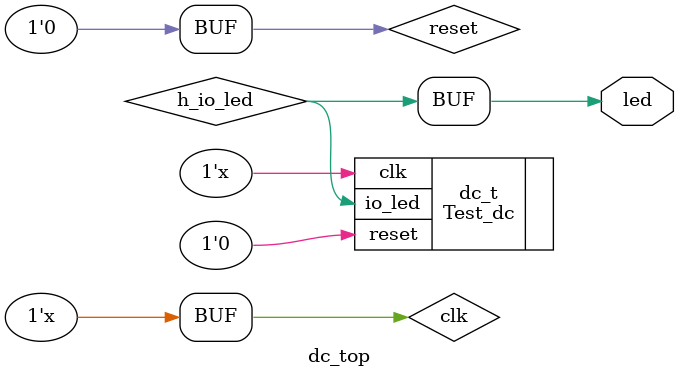
<source format=v>


module dc_top(output led);

  wire h_io_led;
  reg clk, reset;
  initial begin
	clk = 1; reset = 0;
	 #5  reset = 1;    // Assert the reset
	#25  reset = 0; 
  end

  always begin
   #10  clk = ~clk; // Toggle clock every 5 ticks
  end
	
  assign led = h_io_led;

  
  //assign res = 1'h0;
  
  
  Test_dc dc_t(.clk(clk), .reset(reset), .io_led( h_io_led ));
endmodule




</source>
